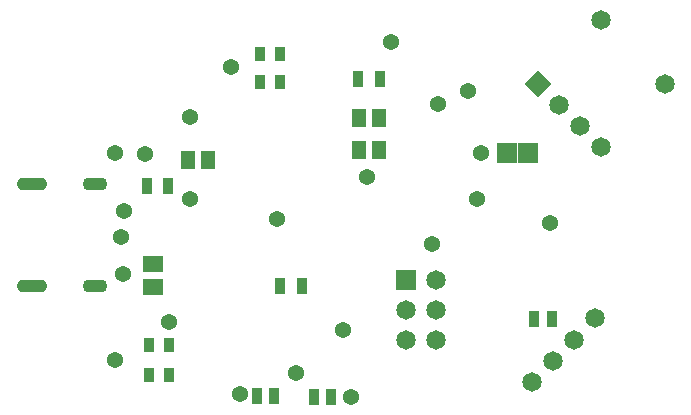
<source format=gbs>
G04*
G04 #@! TF.GenerationSoftware,Altium Limited,Altium Designer,21.0.9 (235)*
G04*
G04 Layer_Color=16711935*
%FSLAX25Y25*%
%MOIN*%
G70*
G04*
G04 #@! TF.SameCoordinates,16CFF4CE-520A-4318-93EF-9E40710CEDB3*
G04*
G04*
G04 #@! TF.FilePolarity,Negative*
G04*
G01*
G75*
%ADD18R,0.03175X0.05151*%
G04:AMPARAMS|DCode=31|XSize=43.31mil|YSize=102.36mil|CornerRadius=21.65mil|HoleSize=0mil|Usage=FLASHONLY|Rotation=270.000|XOffset=0mil|YOffset=0mil|HoleType=Round|Shape=RoundedRectangle|*
%AMROUNDEDRECTD31*
21,1,0.04331,0.05906,0,0,270.0*
21,1,0.00000,0.10236,0,0,270.0*
1,1,0.04331,-0.02953,0.00000*
1,1,0.04331,-0.02953,0.00000*
1,1,0.04331,0.02953,0.00000*
1,1,0.04331,0.02953,0.00000*
%
%ADD31ROUNDEDRECTD31*%
G04:AMPARAMS|DCode=32|XSize=43.31mil|YSize=82.68mil|CornerRadius=21.65mil|HoleSize=0mil|Usage=FLASHONLY|Rotation=270.000|XOffset=0mil|YOffset=0mil|HoleType=Round|Shape=RoundedRectangle|*
%AMROUNDEDRECTD32*
21,1,0.04331,0.03937,0,0,270.0*
21,1,0.00000,0.08268,0,0,270.0*
1,1,0.04331,-0.01968,0.00000*
1,1,0.04331,-0.01968,0.00000*
1,1,0.04331,0.01968,0.00000*
1,1,0.04331,0.01968,0.00000*
%
%ADD32ROUNDEDRECTD32*%
%ADD33R,0.06502X0.06502*%
%ADD34C,0.06502*%
%ADD35P,0.09196X4X180.0*%
%ADD36C,0.05400*%
%ADD64R,0.03740X0.05512*%
%ADD65R,0.03740X0.05315*%
%ADD66R,0.04928X0.06109*%
%ADD67R,0.06502X0.05715*%
%ADD68R,0.05124X0.06109*%
D18*
X399000Y311500D02*
D03*
X392300D02*
D03*
X435850Y408500D02*
D03*
X429150D02*
D03*
X398850Y301500D02*
D03*
X392150D02*
D03*
X435897Y399000D02*
D03*
X429197D02*
D03*
D31*
X353126Y330992D02*
D03*
Y365008D02*
D03*
D32*
X374228Y330992D02*
D03*
Y365008D02*
D03*
D33*
X511358Y375500D02*
D03*
X518642D02*
D03*
X478000Y333000D02*
D03*
D34*
Y323000D02*
D03*
Y313000D02*
D03*
X488000Y333000D02*
D03*
Y323000D02*
D03*
Y313000D02*
D03*
X541000Y320213D02*
D03*
X533929Y313142D02*
D03*
X526858Y306071D02*
D03*
X519787Y299000D02*
D03*
X543000Y377287D02*
D03*
X528858Y391429D02*
D03*
X535929Y384358D02*
D03*
X543000Y419713D02*
D03*
X564213Y398500D02*
D03*
D35*
X521787D02*
D03*
D36*
X383500Y335000D02*
D03*
X383000Y347500D02*
D03*
X503000Y375500D02*
D03*
X526000Y352000D02*
D03*
X435000Y353500D02*
D03*
X465000Y367500D02*
D03*
X501463Y359963D02*
D03*
X486500Y345000D02*
D03*
X441083Y302000D02*
D03*
X459500Y294000D02*
D03*
X422500Y295000D02*
D03*
X488422Y391578D02*
D03*
X498500Y396000D02*
D03*
X473000Y412500D02*
D03*
X419500Y404000D02*
D03*
X457000Y316500D02*
D03*
X399000Y319000D02*
D03*
X381000Y306500D02*
D03*
X406000Y360000D02*
D03*
Y387500D02*
D03*
X391000Y375000D02*
D03*
X381000Y375500D02*
D03*
X384000Y356000D02*
D03*
D64*
X398642Y364500D02*
D03*
X391358D02*
D03*
X469142Y400000D02*
D03*
X461858D02*
D03*
X443142Y331000D02*
D03*
X435858D02*
D03*
D65*
X520547Y320000D02*
D03*
X526453D02*
D03*
X452953Y294000D02*
D03*
X447047D02*
D03*
X428047Y294500D02*
D03*
X433953D02*
D03*
D66*
X469000Y387000D02*
D03*
X462110D02*
D03*
X468945Y376500D02*
D03*
X462055D02*
D03*
D67*
X393500Y338339D02*
D03*
Y330661D02*
D03*
D68*
X411846Y373000D02*
D03*
X405154D02*
D03*
M02*

</source>
